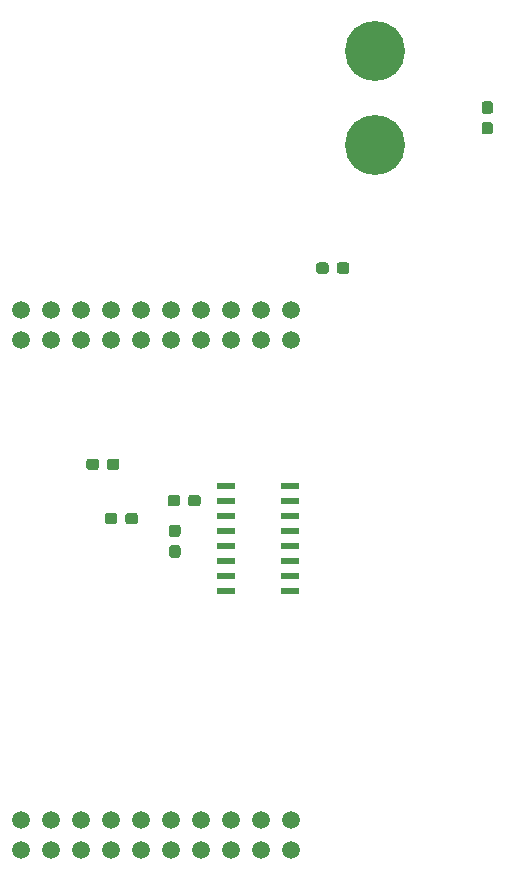
<source format=gbr>
G04 #@! TF.GenerationSoftware,KiCad,Pcbnew,(5.0.0)*
G04 #@! TF.CreationDate,2018-09-29T16:36:18-05:00*
G04 #@! TF.ProjectId,DriveBoard_Hardware,4472697665426F6172645F4861726477,rev?*
G04 #@! TF.SameCoordinates,Original*
G04 #@! TF.FileFunction,Paste,Top*
G04 #@! TF.FilePolarity,Positive*
%FSLAX46Y46*%
G04 Gerber Fmt 4.6, Leading zero omitted, Abs format (unit mm)*
G04 Created by KiCad (PCBNEW (5.0.0)) date 09/29/18 16:36:18*
%MOMM*%
%LPD*%
G01*
G04 APERTURE LIST*
%ADD10R,1.500000X0.600000*%
%ADD11C,1.520000*%
%ADD12C,0.100000*%
%ADD13C,0.950000*%
%ADD14C,5.080000*%
G04 APERTURE END LIST*
D10*
G04 #@! TO.C,U2*
X130650000Y-89535000D03*
X130650000Y-90805000D03*
X130650000Y-92075000D03*
X130650000Y-93345000D03*
X130650000Y-94615000D03*
X130650000Y-95885000D03*
X130650000Y-97155000D03*
X130650000Y-98425000D03*
X136050000Y-98425000D03*
X136050000Y-97155000D03*
X136050000Y-95885000D03*
X136050000Y-94615000D03*
X136050000Y-93345000D03*
X136050000Y-92075000D03*
X136050000Y-90805000D03*
X136050000Y-89535000D03*
G04 #@! TD*
D11*
G04 #@! TO.C,U1*
X118389001Y-74675001D03*
X115849001Y-74675001D03*
X113309001Y-74675001D03*
X136169001Y-77215001D03*
X133629001Y-77215001D03*
X131089001Y-77215001D03*
X128549001Y-77215001D03*
X126009001Y-77215001D03*
X123469001Y-77215001D03*
X120929001Y-77215001D03*
X118389001Y-77215001D03*
X115849001Y-77215001D03*
X113309001Y-77215001D03*
X136169001Y-120395001D03*
X131089001Y-120395001D03*
X126009001Y-120395001D03*
X123469001Y-120395001D03*
X120929001Y-120395001D03*
X118389001Y-120395001D03*
X115849001Y-120395001D03*
X136169001Y-117855001D03*
X131089001Y-117855001D03*
X120929001Y-117855001D03*
X118389001Y-117855001D03*
X115849001Y-117855001D03*
X113309001Y-117855001D03*
X126009001Y-117855001D03*
X128549001Y-117855001D03*
X133629001Y-120395001D03*
X120929001Y-74675001D03*
X123469001Y-74675001D03*
X133629001Y-117855001D03*
X128549001Y-120395001D03*
X131089001Y-74675001D03*
X128549001Y-74675001D03*
X123469001Y-117855001D03*
X126009001Y-74675001D03*
X133629001Y-74675001D03*
X136169001Y-74675001D03*
X113309001Y-120395001D03*
G04 #@! TD*
D12*
G04 #@! TO.C,C1*
G36*
X128298779Y-90331144D02*
X128321834Y-90334563D01*
X128344443Y-90340227D01*
X128366387Y-90348079D01*
X128387457Y-90358044D01*
X128407448Y-90370026D01*
X128426168Y-90383910D01*
X128443438Y-90399562D01*
X128459090Y-90416832D01*
X128472974Y-90435552D01*
X128484956Y-90455543D01*
X128494921Y-90476613D01*
X128502773Y-90498557D01*
X128508437Y-90521166D01*
X128511856Y-90544221D01*
X128513000Y-90567500D01*
X128513000Y-91042500D01*
X128511856Y-91065779D01*
X128508437Y-91088834D01*
X128502773Y-91111443D01*
X128494921Y-91133387D01*
X128484956Y-91154457D01*
X128472974Y-91174448D01*
X128459090Y-91193168D01*
X128443438Y-91210438D01*
X128426168Y-91226090D01*
X128407448Y-91239974D01*
X128387457Y-91251956D01*
X128366387Y-91261921D01*
X128344443Y-91269773D01*
X128321834Y-91275437D01*
X128298779Y-91278856D01*
X128275500Y-91280000D01*
X127700500Y-91280000D01*
X127677221Y-91278856D01*
X127654166Y-91275437D01*
X127631557Y-91269773D01*
X127609613Y-91261921D01*
X127588543Y-91251956D01*
X127568552Y-91239974D01*
X127549832Y-91226090D01*
X127532562Y-91210438D01*
X127516910Y-91193168D01*
X127503026Y-91174448D01*
X127491044Y-91154457D01*
X127481079Y-91133387D01*
X127473227Y-91111443D01*
X127467563Y-91088834D01*
X127464144Y-91065779D01*
X127463000Y-91042500D01*
X127463000Y-90567500D01*
X127464144Y-90544221D01*
X127467563Y-90521166D01*
X127473227Y-90498557D01*
X127481079Y-90476613D01*
X127491044Y-90455543D01*
X127503026Y-90435552D01*
X127516910Y-90416832D01*
X127532562Y-90399562D01*
X127549832Y-90383910D01*
X127568552Y-90370026D01*
X127588543Y-90358044D01*
X127609613Y-90348079D01*
X127631557Y-90340227D01*
X127654166Y-90334563D01*
X127677221Y-90331144D01*
X127700500Y-90330000D01*
X128275500Y-90330000D01*
X128298779Y-90331144D01*
X128298779Y-90331144D01*
G37*
D13*
X127988000Y-90805000D03*
D12*
G36*
X126548779Y-90331144D02*
X126571834Y-90334563D01*
X126594443Y-90340227D01*
X126616387Y-90348079D01*
X126637457Y-90358044D01*
X126657448Y-90370026D01*
X126676168Y-90383910D01*
X126693438Y-90399562D01*
X126709090Y-90416832D01*
X126722974Y-90435552D01*
X126734956Y-90455543D01*
X126744921Y-90476613D01*
X126752773Y-90498557D01*
X126758437Y-90521166D01*
X126761856Y-90544221D01*
X126763000Y-90567500D01*
X126763000Y-91042500D01*
X126761856Y-91065779D01*
X126758437Y-91088834D01*
X126752773Y-91111443D01*
X126744921Y-91133387D01*
X126734956Y-91154457D01*
X126722974Y-91174448D01*
X126709090Y-91193168D01*
X126693438Y-91210438D01*
X126676168Y-91226090D01*
X126657448Y-91239974D01*
X126637457Y-91251956D01*
X126616387Y-91261921D01*
X126594443Y-91269773D01*
X126571834Y-91275437D01*
X126548779Y-91278856D01*
X126525500Y-91280000D01*
X125950500Y-91280000D01*
X125927221Y-91278856D01*
X125904166Y-91275437D01*
X125881557Y-91269773D01*
X125859613Y-91261921D01*
X125838543Y-91251956D01*
X125818552Y-91239974D01*
X125799832Y-91226090D01*
X125782562Y-91210438D01*
X125766910Y-91193168D01*
X125753026Y-91174448D01*
X125741044Y-91154457D01*
X125731079Y-91133387D01*
X125723227Y-91111443D01*
X125717563Y-91088834D01*
X125714144Y-91065779D01*
X125713000Y-91042500D01*
X125713000Y-90567500D01*
X125714144Y-90544221D01*
X125717563Y-90521166D01*
X125723227Y-90498557D01*
X125731079Y-90476613D01*
X125741044Y-90455543D01*
X125753026Y-90435552D01*
X125766910Y-90416832D01*
X125782562Y-90399562D01*
X125799832Y-90383910D01*
X125818552Y-90370026D01*
X125838543Y-90358044D01*
X125859613Y-90348079D01*
X125881557Y-90340227D01*
X125904166Y-90334563D01*
X125927221Y-90331144D01*
X125950500Y-90330000D01*
X126525500Y-90330000D01*
X126548779Y-90331144D01*
X126548779Y-90331144D01*
G37*
D13*
X126238000Y-90805000D03*
G04 #@! TD*
D12*
G04 #@! TO.C,C2*
G36*
X139135779Y-70646144D02*
X139158834Y-70649563D01*
X139181443Y-70655227D01*
X139203387Y-70663079D01*
X139224457Y-70673044D01*
X139244448Y-70685026D01*
X139263168Y-70698910D01*
X139280438Y-70714562D01*
X139296090Y-70731832D01*
X139309974Y-70750552D01*
X139321956Y-70770543D01*
X139331921Y-70791613D01*
X139339773Y-70813557D01*
X139345437Y-70836166D01*
X139348856Y-70859221D01*
X139350000Y-70882500D01*
X139350000Y-71357500D01*
X139348856Y-71380779D01*
X139345437Y-71403834D01*
X139339773Y-71426443D01*
X139331921Y-71448387D01*
X139321956Y-71469457D01*
X139309974Y-71489448D01*
X139296090Y-71508168D01*
X139280438Y-71525438D01*
X139263168Y-71541090D01*
X139244448Y-71554974D01*
X139224457Y-71566956D01*
X139203387Y-71576921D01*
X139181443Y-71584773D01*
X139158834Y-71590437D01*
X139135779Y-71593856D01*
X139112500Y-71595000D01*
X138537500Y-71595000D01*
X138514221Y-71593856D01*
X138491166Y-71590437D01*
X138468557Y-71584773D01*
X138446613Y-71576921D01*
X138425543Y-71566956D01*
X138405552Y-71554974D01*
X138386832Y-71541090D01*
X138369562Y-71525438D01*
X138353910Y-71508168D01*
X138340026Y-71489448D01*
X138328044Y-71469457D01*
X138318079Y-71448387D01*
X138310227Y-71426443D01*
X138304563Y-71403834D01*
X138301144Y-71380779D01*
X138300000Y-71357500D01*
X138300000Y-70882500D01*
X138301144Y-70859221D01*
X138304563Y-70836166D01*
X138310227Y-70813557D01*
X138318079Y-70791613D01*
X138328044Y-70770543D01*
X138340026Y-70750552D01*
X138353910Y-70731832D01*
X138369562Y-70714562D01*
X138386832Y-70698910D01*
X138405552Y-70685026D01*
X138425543Y-70673044D01*
X138446613Y-70663079D01*
X138468557Y-70655227D01*
X138491166Y-70649563D01*
X138514221Y-70646144D01*
X138537500Y-70645000D01*
X139112500Y-70645000D01*
X139135779Y-70646144D01*
X139135779Y-70646144D01*
G37*
D13*
X138825000Y-71120000D03*
D12*
G36*
X140885779Y-70646144D02*
X140908834Y-70649563D01*
X140931443Y-70655227D01*
X140953387Y-70663079D01*
X140974457Y-70673044D01*
X140994448Y-70685026D01*
X141013168Y-70698910D01*
X141030438Y-70714562D01*
X141046090Y-70731832D01*
X141059974Y-70750552D01*
X141071956Y-70770543D01*
X141081921Y-70791613D01*
X141089773Y-70813557D01*
X141095437Y-70836166D01*
X141098856Y-70859221D01*
X141100000Y-70882500D01*
X141100000Y-71357500D01*
X141098856Y-71380779D01*
X141095437Y-71403834D01*
X141089773Y-71426443D01*
X141081921Y-71448387D01*
X141071956Y-71469457D01*
X141059974Y-71489448D01*
X141046090Y-71508168D01*
X141030438Y-71525438D01*
X141013168Y-71541090D01*
X140994448Y-71554974D01*
X140974457Y-71566956D01*
X140953387Y-71576921D01*
X140931443Y-71584773D01*
X140908834Y-71590437D01*
X140885779Y-71593856D01*
X140862500Y-71595000D01*
X140287500Y-71595000D01*
X140264221Y-71593856D01*
X140241166Y-71590437D01*
X140218557Y-71584773D01*
X140196613Y-71576921D01*
X140175543Y-71566956D01*
X140155552Y-71554974D01*
X140136832Y-71541090D01*
X140119562Y-71525438D01*
X140103910Y-71508168D01*
X140090026Y-71489448D01*
X140078044Y-71469457D01*
X140068079Y-71448387D01*
X140060227Y-71426443D01*
X140054563Y-71403834D01*
X140051144Y-71380779D01*
X140050000Y-71357500D01*
X140050000Y-70882500D01*
X140051144Y-70859221D01*
X140054563Y-70836166D01*
X140060227Y-70813557D01*
X140068079Y-70791613D01*
X140078044Y-70770543D01*
X140090026Y-70750552D01*
X140103910Y-70731832D01*
X140119562Y-70714562D01*
X140136832Y-70698910D01*
X140155552Y-70685026D01*
X140175543Y-70673044D01*
X140196613Y-70663079D01*
X140218557Y-70655227D01*
X140241166Y-70649563D01*
X140264221Y-70646144D01*
X140287500Y-70645000D01*
X140862500Y-70645000D01*
X140885779Y-70646144D01*
X140885779Y-70646144D01*
G37*
D13*
X140575000Y-71120000D03*
G04 #@! TD*
D12*
G04 #@! TO.C,C3*
G36*
X153041779Y-58757144D02*
X153064834Y-58760563D01*
X153087443Y-58766227D01*
X153109387Y-58774079D01*
X153130457Y-58784044D01*
X153150448Y-58796026D01*
X153169168Y-58809910D01*
X153186438Y-58825562D01*
X153202090Y-58842832D01*
X153215974Y-58861552D01*
X153227956Y-58881543D01*
X153237921Y-58902613D01*
X153245773Y-58924557D01*
X153251437Y-58947166D01*
X153254856Y-58970221D01*
X153256000Y-58993500D01*
X153256000Y-59568500D01*
X153254856Y-59591779D01*
X153251437Y-59614834D01*
X153245773Y-59637443D01*
X153237921Y-59659387D01*
X153227956Y-59680457D01*
X153215974Y-59700448D01*
X153202090Y-59719168D01*
X153186438Y-59736438D01*
X153169168Y-59752090D01*
X153150448Y-59765974D01*
X153130457Y-59777956D01*
X153109387Y-59787921D01*
X153087443Y-59795773D01*
X153064834Y-59801437D01*
X153041779Y-59804856D01*
X153018500Y-59806000D01*
X152543500Y-59806000D01*
X152520221Y-59804856D01*
X152497166Y-59801437D01*
X152474557Y-59795773D01*
X152452613Y-59787921D01*
X152431543Y-59777956D01*
X152411552Y-59765974D01*
X152392832Y-59752090D01*
X152375562Y-59736438D01*
X152359910Y-59719168D01*
X152346026Y-59700448D01*
X152334044Y-59680457D01*
X152324079Y-59659387D01*
X152316227Y-59637443D01*
X152310563Y-59614834D01*
X152307144Y-59591779D01*
X152306000Y-59568500D01*
X152306000Y-58993500D01*
X152307144Y-58970221D01*
X152310563Y-58947166D01*
X152316227Y-58924557D01*
X152324079Y-58902613D01*
X152334044Y-58881543D01*
X152346026Y-58861552D01*
X152359910Y-58842832D01*
X152375562Y-58825562D01*
X152392832Y-58809910D01*
X152411552Y-58796026D01*
X152431543Y-58784044D01*
X152452613Y-58774079D01*
X152474557Y-58766227D01*
X152497166Y-58760563D01*
X152520221Y-58757144D01*
X152543500Y-58756000D01*
X153018500Y-58756000D01*
X153041779Y-58757144D01*
X153041779Y-58757144D01*
G37*
D13*
X152781000Y-59281000D03*
D12*
G36*
X153041779Y-57007144D02*
X153064834Y-57010563D01*
X153087443Y-57016227D01*
X153109387Y-57024079D01*
X153130457Y-57034044D01*
X153150448Y-57046026D01*
X153169168Y-57059910D01*
X153186438Y-57075562D01*
X153202090Y-57092832D01*
X153215974Y-57111552D01*
X153227956Y-57131543D01*
X153237921Y-57152613D01*
X153245773Y-57174557D01*
X153251437Y-57197166D01*
X153254856Y-57220221D01*
X153256000Y-57243500D01*
X153256000Y-57818500D01*
X153254856Y-57841779D01*
X153251437Y-57864834D01*
X153245773Y-57887443D01*
X153237921Y-57909387D01*
X153227956Y-57930457D01*
X153215974Y-57950448D01*
X153202090Y-57969168D01*
X153186438Y-57986438D01*
X153169168Y-58002090D01*
X153150448Y-58015974D01*
X153130457Y-58027956D01*
X153109387Y-58037921D01*
X153087443Y-58045773D01*
X153064834Y-58051437D01*
X153041779Y-58054856D01*
X153018500Y-58056000D01*
X152543500Y-58056000D01*
X152520221Y-58054856D01*
X152497166Y-58051437D01*
X152474557Y-58045773D01*
X152452613Y-58037921D01*
X152431543Y-58027956D01*
X152411552Y-58015974D01*
X152392832Y-58002090D01*
X152375562Y-57986438D01*
X152359910Y-57969168D01*
X152346026Y-57950448D01*
X152334044Y-57930457D01*
X152324079Y-57909387D01*
X152316227Y-57887443D01*
X152310563Y-57864834D01*
X152307144Y-57841779D01*
X152306000Y-57818500D01*
X152306000Y-57243500D01*
X152307144Y-57220221D01*
X152310563Y-57197166D01*
X152316227Y-57174557D01*
X152324079Y-57152613D01*
X152334044Y-57131543D01*
X152346026Y-57111552D01*
X152359910Y-57092832D01*
X152375562Y-57075562D01*
X152392832Y-57059910D01*
X152411552Y-57046026D01*
X152431543Y-57034044D01*
X152452613Y-57024079D01*
X152474557Y-57016227D01*
X152497166Y-57010563D01*
X152520221Y-57007144D01*
X152543500Y-57006000D01*
X153018500Y-57006000D01*
X153041779Y-57007144D01*
X153041779Y-57007144D01*
G37*
D13*
X152781000Y-57531000D03*
G04 #@! TD*
D12*
G04 #@! TO.C,C4*
G36*
X121228779Y-91855144D02*
X121251834Y-91858563D01*
X121274443Y-91864227D01*
X121296387Y-91872079D01*
X121317457Y-91882044D01*
X121337448Y-91894026D01*
X121356168Y-91907910D01*
X121373438Y-91923562D01*
X121389090Y-91940832D01*
X121402974Y-91959552D01*
X121414956Y-91979543D01*
X121424921Y-92000613D01*
X121432773Y-92022557D01*
X121438437Y-92045166D01*
X121441856Y-92068221D01*
X121443000Y-92091500D01*
X121443000Y-92566500D01*
X121441856Y-92589779D01*
X121438437Y-92612834D01*
X121432773Y-92635443D01*
X121424921Y-92657387D01*
X121414956Y-92678457D01*
X121402974Y-92698448D01*
X121389090Y-92717168D01*
X121373438Y-92734438D01*
X121356168Y-92750090D01*
X121337448Y-92763974D01*
X121317457Y-92775956D01*
X121296387Y-92785921D01*
X121274443Y-92793773D01*
X121251834Y-92799437D01*
X121228779Y-92802856D01*
X121205500Y-92804000D01*
X120630500Y-92804000D01*
X120607221Y-92802856D01*
X120584166Y-92799437D01*
X120561557Y-92793773D01*
X120539613Y-92785921D01*
X120518543Y-92775956D01*
X120498552Y-92763974D01*
X120479832Y-92750090D01*
X120462562Y-92734438D01*
X120446910Y-92717168D01*
X120433026Y-92698448D01*
X120421044Y-92678457D01*
X120411079Y-92657387D01*
X120403227Y-92635443D01*
X120397563Y-92612834D01*
X120394144Y-92589779D01*
X120393000Y-92566500D01*
X120393000Y-92091500D01*
X120394144Y-92068221D01*
X120397563Y-92045166D01*
X120403227Y-92022557D01*
X120411079Y-92000613D01*
X120421044Y-91979543D01*
X120433026Y-91959552D01*
X120446910Y-91940832D01*
X120462562Y-91923562D01*
X120479832Y-91907910D01*
X120498552Y-91894026D01*
X120518543Y-91882044D01*
X120539613Y-91872079D01*
X120561557Y-91864227D01*
X120584166Y-91858563D01*
X120607221Y-91855144D01*
X120630500Y-91854000D01*
X121205500Y-91854000D01*
X121228779Y-91855144D01*
X121228779Y-91855144D01*
G37*
D13*
X120918000Y-92329000D03*
D12*
G36*
X122978779Y-91855144D02*
X123001834Y-91858563D01*
X123024443Y-91864227D01*
X123046387Y-91872079D01*
X123067457Y-91882044D01*
X123087448Y-91894026D01*
X123106168Y-91907910D01*
X123123438Y-91923562D01*
X123139090Y-91940832D01*
X123152974Y-91959552D01*
X123164956Y-91979543D01*
X123174921Y-92000613D01*
X123182773Y-92022557D01*
X123188437Y-92045166D01*
X123191856Y-92068221D01*
X123193000Y-92091500D01*
X123193000Y-92566500D01*
X123191856Y-92589779D01*
X123188437Y-92612834D01*
X123182773Y-92635443D01*
X123174921Y-92657387D01*
X123164956Y-92678457D01*
X123152974Y-92698448D01*
X123139090Y-92717168D01*
X123123438Y-92734438D01*
X123106168Y-92750090D01*
X123087448Y-92763974D01*
X123067457Y-92775956D01*
X123046387Y-92785921D01*
X123024443Y-92793773D01*
X123001834Y-92799437D01*
X122978779Y-92802856D01*
X122955500Y-92804000D01*
X122380500Y-92804000D01*
X122357221Y-92802856D01*
X122334166Y-92799437D01*
X122311557Y-92793773D01*
X122289613Y-92785921D01*
X122268543Y-92775956D01*
X122248552Y-92763974D01*
X122229832Y-92750090D01*
X122212562Y-92734438D01*
X122196910Y-92717168D01*
X122183026Y-92698448D01*
X122171044Y-92678457D01*
X122161079Y-92657387D01*
X122153227Y-92635443D01*
X122147563Y-92612834D01*
X122144144Y-92589779D01*
X122143000Y-92566500D01*
X122143000Y-92091500D01*
X122144144Y-92068221D01*
X122147563Y-92045166D01*
X122153227Y-92022557D01*
X122161079Y-92000613D01*
X122171044Y-91979543D01*
X122183026Y-91959552D01*
X122196910Y-91940832D01*
X122212562Y-91923562D01*
X122229832Y-91907910D01*
X122248552Y-91894026D01*
X122268543Y-91882044D01*
X122289613Y-91872079D01*
X122311557Y-91864227D01*
X122334166Y-91858563D01*
X122357221Y-91855144D01*
X122380500Y-91854000D01*
X122955500Y-91854000D01*
X122978779Y-91855144D01*
X122978779Y-91855144D01*
G37*
D13*
X122668000Y-92329000D03*
G04 #@! TD*
D12*
G04 #@! TO.C,C5*
G36*
X126597721Y-94590789D02*
X126620776Y-94594208D01*
X126643385Y-94599872D01*
X126665329Y-94607724D01*
X126686399Y-94617689D01*
X126706390Y-94629671D01*
X126725110Y-94643555D01*
X126742380Y-94659207D01*
X126758032Y-94676477D01*
X126771916Y-94695197D01*
X126783898Y-94715188D01*
X126793863Y-94736258D01*
X126801715Y-94758202D01*
X126807379Y-94780811D01*
X126810798Y-94803866D01*
X126811942Y-94827145D01*
X126811942Y-95402145D01*
X126810798Y-95425424D01*
X126807379Y-95448479D01*
X126801715Y-95471088D01*
X126793863Y-95493032D01*
X126783898Y-95514102D01*
X126771916Y-95534093D01*
X126758032Y-95552813D01*
X126742380Y-95570083D01*
X126725110Y-95585735D01*
X126706390Y-95599619D01*
X126686399Y-95611601D01*
X126665329Y-95621566D01*
X126643385Y-95629418D01*
X126620776Y-95635082D01*
X126597721Y-95638501D01*
X126574442Y-95639645D01*
X126099442Y-95639645D01*
X126076163Y-95638501D01*
X126053108Y-95635082D01*
X126030499Y-95629418D01*
X126008555Y-95621566D01*
X125987485Y-95611601D01*
X125967494Y-95599619D01*
X125948774Y-95585735D01*
X125931504Y-95570083D01*
X125915852Y-95552813D01*
X125901968Y-95534093D01*
X125889986Y-95514102D01*
X125880021Y-95493032D01*
X125872169Y-95471088D01*
X125866505Y-95448479D01*
X125863086Y-95425424D01*
X125861942Y-95402145D01*
X125861942Y-94827145D01*
X125863086Y-94803866D01*
X125866505Y-94780811D01*
X125872169Y-94758202D01*
X125880021Y-94736258D01*
X125889986Y-94715188D01*
X125901968Y-94695197D01*
X125915852Y-94676477D01*
X125931504Y-94659207D01*
X125948774Y-94643555D01*
X125967494Y-94629671D01*
X125987485Y-94617689D01*
X126008555Y-94607724D01*
X126030499Y-94599872D01*
X126053108Y-94594208D01*
X126076163Y-94590789D01*
X126099442Y-94589645D01*
X126574442Y-94589645D01*
X126597721Y-94590789D01*
X126597721Y-94590789D01*
G37*
D13*
X126336942Y-95114645D03*
D12*
G36*
X126597721Y-92840789D02*
X126620776Y-92844208D01*
X126643385Y-92849872D01*
X126665329Y-92857724D01*
X126686399Y-92867689D01*
X126706390Y-92879671D01*
X126725110Y-92893555D01*
X126742380Y-92909207D01*
X126758032Y-92926477D01*
X126771916Y-92945197D01*
X126783898Y-92965188D01*
X126793863Y-92986258D01*
X126801715Y-93008202D01*
X126807379Y-93030811D01*
X126810798Y-93053866D01*
X126811942Y-93077145D01*
X126811942Y-93652145D01*
X126810798Y-93675424D01*
X126807379Y-93698479D01*
X126801715Y-93721088D01*
X126793863Y-93743032D01*
X126783898Y-93764102D01*
X126771916Y-93784093D01*
X126758032Y-93802813D01*
X126742380Y-93820083D01*
X126725110Y-93835735D01*
X126706390Y-93849619D01*
X126686399Y-93861601D01*
X126665329Y-93871566D01*
X126643385Y-93879418D01*
X126620776Y-93885082D01*
X126597721Y-93888501D01*
X126574442Y-93889645D01*
X126099442Y-93889645D01*
X126076163Y-93888501D01*
X126053108Y-93885082D01*
X126030499Y-93879418D01*
X126008555Y-93871566D01*
X125987485Y-93861601D01*
X125967494Y-93849619D01*
X125948774Y-93835735D01*
X125931504Y-93820083D01*
X125915852Y-93802813D01*
X125901968Y-93784093D01*
X125889986Y-93764102D01*
X125880021Y-93743032D01*
X125872169Y-93721088D01*
X125866505Y-93698479D01*
X125863086Y-93675424D01*
X125861942Y-93652145D01*
X125861942Y-93077145D01*
X125863086Y-93053866D01*
X125866505Y-93030811D01*
X125872169Y-93008202D01*
X125880021Y-92986258D01*
X125889986Y-92965188D01*
X125901968Y-92945197D01*
X125915852Y-92926477D01*
X125931504Y-92909207D01*
X125948774Y-92893555D01*
X125967494Y-92879671D01*
X125987485Y-92867689D01*
X126008555Y-92857724D01*
X126030499Y-92849872D01*
X126053108Y-92844208D01*
X126076163Y-92840789D01*
X126099442Y-92839645D01*
X126574442Y-92839645D01*
X126597721Y-92840789D01*
X126597721Y-92840789D01*
G37*
D13*
X126336942Y-93364645D03*
G04 #@! TD*
D12*
G04 #@! TO.C,C6*
G36*
X121429379Y-87257744D02*
X121452434Y-87261163D01*
X121475043Y-87266827D01*
X121496987Y-87274679D01*
X121518057Y-87284644D01*
X121538048Y-87296626D01*
X121556768Y-87310510D01*
X121574038Y-87326162D01*
X121589690Y-87343432D01*
X121603574Y-87362152D01*
X121615556Y-87382143D01*
X121625521Y-87403213D01*
X121633373Y-87425157D01*
X121639037Y-87447766D01*
X121642456Y-87470821D01*
X121643600Y-87494100D01*
X121643600Y-87969100D01*
X121642456Y-87992379D01*
X121639037Y-88015434D01*
X121633373Y-88038043D01*
X121625521Y-88059987D01*
X121615556Y-88081057D01*
X121603574Y-88101048D01*
X121589690Y-88119768D01*
X121574038Y-88137038D01*
X121556768Y-88152690D01*
X121538048Y-88166574D01*
X121518057Y-88178556D01*
X121496987Y-88188521D01*
X121475043Y-88196373D01*
X121452434Y-88202037D01*
X121429379Y-88205456D01*
X121406100Y-88206600D01*
X120831100Y-88206600D01*
X120807821Y-88205456D01*
X120784766Y-88202037D01*
X120762157Y-88196373D01*
X120740213Y-88188521D01*
X120719143Y-88178556D01*
X120699152Y-88166574D01*
X120680432Y-88152690D01*
X120663162Y-88137038D01*
X120647510Y-88119768D01*
X120633626Y-88101048D01*
X120621644Y-88081057D01*
X120611679Y-88059987D01*
X120603827Y-88038043D01*
X120598163Y-88015434D01*
X120594744Y-87992379D01*
X120593600Y-87969100D01*
X120593600Y-87494100D01*
X120594744Y-87470821D01*
X120598163Y-87447766D01*
X120603827Y-87425157D01*
X120611679Y-87403213D01*
X120621644Y-87382143D01*
X120633626Y-87362152D01*
X120647510Y-87343432D01*
X120663162Y-87326162D01*
X120680432Y-87310510D01*
X120699152Y-87296626D01*
X120719143Y-87284644D01*
X120740213Y-87274679D01*
X120762157Y-87266827D01*
X120784766Y-87261163D01*
X120807821Y-87257744D01*
X120831100Y-87256600D01*
X121406100Y-87256600D01*
X121429379Y-87257744D01*
X121429379Y-87257744D01*
G37*
D13*
X121118600Y-87731600D03*
D12*
G36*
X119679379Y-87257744D02*
X119702434Y-87261163D01*
X119725043Y-87266827D01*
X119746987Y-87274679D01*
X119768057Y-87284644D01*
X119788048Y-87296626D01*
X119806768Y-87310510D01*
X119824038Y-87326162D01*
X119839690Y-87343432D01*
X119853574Y-87362152D01*
X119865556Y-87382143D01*
X119875521Y-87403213D01*
X119883373Y-87425157D01*
X119889037Y-87447766D01*
X119892456Y-87470821D01*
X119893600Y-87494100D01*
X119893600Y-87969100D01*
X119892456Y-87992379D01*
X119889037Y-88015434D01*
X119883373Y-88038043D01*
X119875521Y-88059987D01*
X119865556Y-88081057D01*
X119853574Y-88101048D01*
X119839690Y-88119768D01*
X119824038Y-88137038D01*
X119806768Y-88152690D01*
X119788048Y-88166574D01*
X119768057Y-88178556D01*
X119746987Y-88188521D01*
X119725043Y-88196373D01*
X119702434Y-88202037D01*
X119679379Y-88205456D01*
X119656100Y-88206600D01*
X119081100Y-88206600D01*
X119057821Y-88205456D01*
X119034766Y-88202037D01*
X119012157Y-88196373D01*
X118990213Y-88188521D01*
X118969143Y-88178556D01*
X118949152Y-88166574D01*
X118930432Y-88152690D01*
X118913162Y-88137038D01*
X118897510Y-88119768D01*
X118883626Y-88101048D01*
X118871644Y-88081057D01*
X118861679Y-88059987D01*
X118853827Y-88038043D01*
X118848163Y-88015434D01*
X118844744Y-87992379D01*
X118843600Y-87969100D01*
X118843600Y-87494100D01*
X118844744Y-87470821D01*
X118848163Y-87447766D01*
X118853827Y-87425157D01*
X118861679Y-87403213D01*
X118871644Y-87382143D01*
X118883626Y-87362152D01*
X118897510Y-87343432D01*
X118913162Y-87326162D01*
X118930432Y-87310510D01*
X118949152Y-87296626D01*
X118969143Y-87284644D01*
X118990213Y-87274679D01*
X119012157Y-87266827D01*
X119034766Y-87261163D01*
X119057821Y-87257744D01*
X119081100Y-87256600D01*
X119656100Y-87256600D01*
X119679379Y-87257744D01*
X119679379Y-87257744D01*
G37*
D13*
X119368600Y-87731600D03*
G04 #@! TD*
D14*
G04 #@! TO.C,Conn1*
X143281400Y-60707000D03*
X143281400Y-52706000D03*
G04 #@! TD*
M02*

</source>
